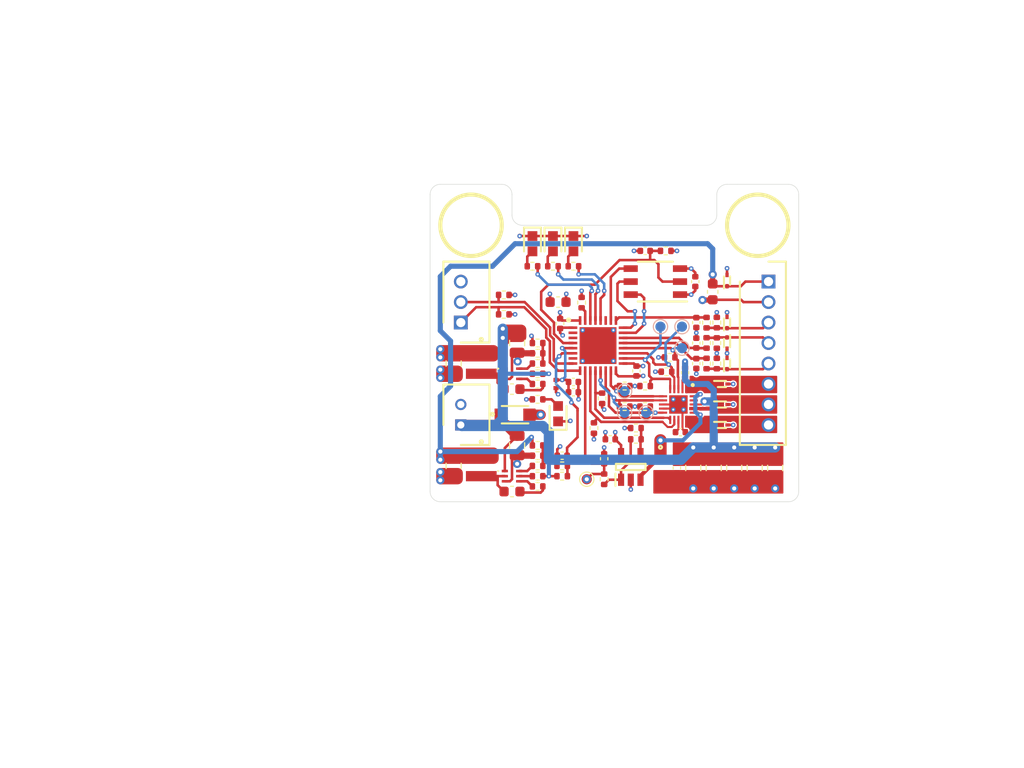
<source format=kicad_pcb>
(kicad_pcb (version 20240108) (generator "pcbnew") (generator_version "8.0")
  (layers (0 "F.Cu" signal) (1 "In1.Cu" signal) (2 "In2.Cu" signal) (31 "B.Cu" signal) (34 "B.Paste" user) (35 "F.Paste" user) (36 "B.SilkS" user "B.Silkscreen") (37 "F.SilkS" user "F.Silkscreen") (38 "B.Mask" user) (39 "F.Mask" user) (44 "Edge.Cuts" user))
  (net 0 "")
  (net 1 "VDD")
  (net 2 "Net-(IC201-VCP)")
  (net 3 "Net-(IC201-1.8VOUT)")
  (net 4 "VDDA")
  (net 5 "VS_ADC")
  (net 6 "Net-(IC301-SW)")
  (net 7 "/CMD_RX")
  (net 8 "/CMD_TX")
  (net 9 "/BLDC_ISENSE")
  (net 10 "/BLDC_DIAG")
  (net 11 "/BLDC_NSTBY")
  (net 12 "/BLDC_WL")
  (net 13 "/BLDC_VL")
  (net 14 "/BLDC_UL")
  (net 15 "VSS")
  (net 16 "/BLDC_WH")
  (net 17 "/BLDC_VH")
  (net 18 "/BLDC_UH")
  (net 19 "SYS_SWDIO")
  (net 20 "SYS_SWCLK")
  (net 21 "SYS_SWO")
  (net 22 "Net-(IC302-SW)")
  (net 23 "/BOOT0")
  (net 24 "Net-(IC101-PB5)")
  (net 27 "VS")
  (net 28 "Net-(IC101-PB6)")
  (net 31 "/5V0")
  (net 32 "/HALL_A")
  (net 33 "/HALL_B")
  (net 34 "/HALL_C")
  (net 35 "/BLDC_W")
  (net 36 "/BLDC_V")
  (net 37 "/BLDC_U")
  (net 38 "/RAW_HALL_B")
  (net 39 "/RAW_HALL_A")
  (net 40 "/RAW_HALL_C")
  (net 41 "Net-(C305-Pad1)")
  (net 42 "Net-(IC101-PB7)")
  (net 43 "Net-(C306-Pad1)")
  (net 44 "Net-(IC201-BRUV)")
  (net 46 "NRST")
  (net 47 "Net-(IC202--IN)")
  (net 48 "Net-(IC202-OUT)")
  (net 49 "Net-(IC301-BST)")
  (net 50 "Net-(IC301-FB)")
  (net 51 "Net-(IC301-EN)")
  (net 52 "Net-(LED301-Pad2)")
  (net 53 "Net-(R305-Pad2)")
  (net 54 "Net-(R306-Pad2)")
  (net 55 "GND")
  (net 56 "Net-(LED101-Pad2)")
  (net 57 "Net-(IC302-BST)")
  (net 58 "Net-(IC302-EN)")
  (net 59 "Net-(IC302-FB)")
  (net 60 "Net-(LED102-Pad2)")
  (net 61 "Net-(LED103-Pad2)")
  (footprint "Capacitor_SMD:C_0805_2012Metric" (layer "F.Cu") (at 236.7 80.7 -90)
    (property "Reference" "C204" (hide yes))
    (property "Value" "10u")
  )
  (footprint "Resistor_SMD:R_0402_1005Metric" (layer "F.Cu") (at 221.8 64.55 -90)
    (property "Reference" "R101" (hide yes))
    (property "Value" "100k")
  )
  (footprint "SamacSys_Parts:SODFL1006X40N" (layer "F.Cu") (at 235.5 74.5)
    (property "Reference" "D102" (hide yes))
    (property "Value" "ESD9X12ST5G" (hide yes))
  )
  (footprint "Resistor_SMD:R_0402_1005Metric" (layer "F.Cu") (at 217.5 71.5 180)
    (property "Reference" "R304" (hide yes))
    (property "Value" "100K")
  )
  (footprint "SamacSys_Parts:MP1479GTFZ" (layer "F.Cu") (at 215 71.5 -90)
    (property "Reference" "IC302" (hide yes))
    (property "Value" "MP1479GTF-Z" (hide yes))
  )
  (footprint "SamacSys_Parts:LEDC1608X80N" (layer "F.Cu") (at 221 58.8 -90)
    (property "Reference" "LED103" (hide yes))
    (property "Value" "150060AS75000" (hide yes))
  )
  (footprint "SamacSys_Parts:SODFL1006X40N" (layer "F.Cu") (at 236 66.5 90)
    (property "Reference" "D401" (hide yes))
    (property "Value" "SZESD8351P2T5G" (hide yes))
  )
  (footprint "Resistor_SMD:R_0402_1005Metric" (layer "F.Cu") (at 230.4 69.9)
    (property "Reference" "R205" (hide yes))
    (property "Value" "100k")
  )
  (footprint "SamacSys_Parts:QFN50P500X500X60-33N-D" (layer "F.Cu") (at 223.4 68.75)
    (property "Reference" "IC101" (hide yes))
    (property "Value" "STM32L431KBU6" (hide yes))
  )
  (footprint "Resistor_SMD:R_0402_1005Metric" (layer "F.Cu") (at 234 70.5 -90)
    (property "Reference" "R405" (hide yes))
    (property "Value" "220")
  )
  (footprint "Resistor_SMD:R_0402_1005Metric" (layer "F.Cu") (at 226 74.7)
    (property "Reference" "R204" (hide yes))
    (property "Value" "100k")
  )
  (footprint "Capacitor_SMD:C_0402_1005Metric" (layer "F.Cu") (at 227.15 71.23 -90)
    (property "Reference" "C102" (hide yes))
    (property "Value" "100n")
  )
  (footprint "Resistor_SMD:R_0402_1005Metric" (layer "F.Cu") (at 217.5 80.5)
    (property "Reference" "R305" (hide yes))
    (property "Value" "47K")
  )
  (footprint "Capacitor_SMD:C_0402_1005Metric" (layer "F.Cu") (at 221 73.3 180)
    (property "Reference" "C106" (hide yes))
    (property "Value" "100n")
  )
  (footprint "Resistor_SMD:R_0402_1005Metric" (layer "F.Cu") (at 217.5 74 180)
    (property "Reference" "R311" (hide yes))
    (property "Value" "650")
  )
  (footprint "SamacSys_Parts:LEDC1608X80N" (layer "F.Cu") (at 217 58.8 -90)
    (property "Reference" "LED101" (hide yes))
    (property "Value" "150060AS75000" (hide yes))
  )
  (footprint "SamacSys_Parts:LEDC1608X80N" (layer "F.Cu") (at 219.5 75.4 90)
    (property "Reference" "LED301" (hide yes))
    (property "Value" "150060AS75000" (hide yes))
  )
  (footprint "Resistor_SMD:R_0402_1005Metric" (layer "F.Cu") (at 217.5 78.5 180)
    (property "Reference" "R308" (hide yes))
    (property "Value" "40.2K")
  )
  (footprint "SamacSys_Parts:B8BPHKSLFSN" (layer "F.Cu") (at 240.05 62.5 90)
    (property "Reference" "J101" (hide yes))
    (property "Value" "B8B-PH-K-S_LF__SN_" (hide yes))
  )
  (footprint "Capacitor_SMD:C_0805_2012Metric" (layer "F.Cu") (at 234.7 80.7 -90)
    (property "Reference" "C205" (hide yes))
    (property "Value" "10u")
  )
  (footprint "Capacitor_SMD:C_0805_2012Metric" (layer "F.Cu") (at 209.3 80.5 -90)
    (property "Reference" "C301" (hide yes))
    (property "Value" "22u")
  )
  (footprint "Capacitor_SMD:C_0603_1608Metric" (layer "F.Cu") (at 234.6 63.5 -90)
    (property "Reference" "C403" (hide yes))
    (property "Value" "2.2u")
  )
  (footprint "Capacitor_SMD:C_0402_1005Metric" (layer "F.Cu") (at 231.45 77.2 180)
    (property "Reference" "C209" (hide yes))
    (property "Value" "100n")
  )
  (footprint "Resistor_SMD:R_0402_1005Metric" (layer "F.Cu") (at 224 81.8 -90)
    (property "Reference" "R208" (hide yes))
    (property "Value" "220")
  )
  (footprint "SamacSys_Parts:ERJ6_B_BW_R_LW_CW_D" (layer "F.Cu") (at 229.5 80.7 -90)
    (property "Reference" "R212" (hide yes))
    (property "Value" "ERJ-6DSFR12V" (hide yes))
  )
  (footprint "Capacitor_SMD:C_0402_1005Metric" (layer "F.Cu") (at 219.9 79.5 180)
    (property "Reference" "C108" (hide yes))
    (property "Value" "100n")
  )
  (footprint "SamacSys_Parts:NFZ15SG152SN10B" (layer "F.Cu") (at 219.3 72.5 -90)
    (property "Reference" "FB101" (hide yes))
    (property "Value" "BLM15AX102SZ1D" (hide yes))
  )
  (footprint "Resistor_SMD:R_0402_1005Metric" (layer "F.Cu") (at 226 72.7)
    (property "Reference" "R202" (hide yes))
    (property "Value" "100k")
  )
  (footprint "Capacitor_SMD:C_0402_1005Metric" (layer "F.Cu") (at 221 72.3 180)
    (property "Reference" "C107" (hide yes))
    (property "Value" "1u")
  )
  (footprint "SamacSys_Parts:HUSSP6W41P127_2X3_381X343X440P" (layer "F.Cu") (at 229 62.5 90)
    (property "Reference" "J104" (hide yes))
    (property "Value" "20021121-00006T4LF" (hide yes))
  )
  (footprint "Capacitor_SMD:C_0402_1005Metric" (layer "F.Cu") (at 231.9 71.4 -90)
    (property "Reference" "C207" (hide yes))
    (property "Value" "100n")
  )
  (footprint "SamacSys_Parts:SODFL1006X40N" (layer "F.Cu") (at 235.5 76.5)
    (property "Reference" "D103" (hide yes))
    (property "Value" "ESD9X12ST5G" (hide yes))
  )
  (footprint "MountingHole:MountingHole_3.2mm_M3" (layer "F.Cu") (at 211 57)
    (property "Reference" "H101" (hide yes))
    (property "Value" "MountingHole")
  )
  (footprint "SamacSys_Parts:QFN40P300X300X90-21N" (layer "F.Cu") (at 231.25 74.5 -90)
    (property "Reference" "IC201" (hide yes))
    (property "Value" "TMC6300-LA" (hide yes))
  )
  (footprint "Resistor_SMD:R_0402_1005Metric" (layer "F.Cu") (at 217.5 69.5)
    (property "Reference" "R309" (hide yes))
    (property "Value" "13K")
  )
  (footprint "Capacitor_SMD:C_0402_1005Metric" (layer "F.Cu") (at 224 79.8 -90)
    (property "Reference" "C208" (hide yes))
    (property "Value" "100n")
  )
  (footprint "MountingHole:MountingHole_3.2mm_M3" (layer "F.Cu") (at 239 57)
    (property "Reference" "H102" (hide yes))
    (property "Value" "MountingHole")
  )
  (footprint "Resistor_SMD:R_0402_1005Metric" (layer "F.Cu") (at 219.9 80.5)
    (property "Reference" "R107" (hide yes))
    (property "Value" "13K")
  )
  (footprint "Capacitor_SMD:C_0402_1005Metric" (layer "F.Cu") (at 219.7 66.6 90)
    (property "Reference" "C101" (hide yes))
    (property "Value" "100n")
  )
  (footprint "Resistor_SMD:R_0402_1005Metric" (layer "F.Cu") (at 217.5 70.5)
    (property "Reference" "R306" (hide yes))
    (property "Value" "47K")
  )
  (footprint "Capacitor_SMD:C_0402_1005Metric" (layer "F.Cu") (at 231.1 80.7 -90)
    (property "Reference" "C201" (hide yes))
    (property "Value" "100n")
  )
  (footprint "Capacitor_SMD:C_0805_2012Metric" (layer "F.Cu") (at 238.7 80.7 -90)
    (property "Reference" "C206" (hide yes))
    (property "Value" "10u")
  )
  (footprint "SamacSys_Parts:SODFL1006X40N" (layer "F.Cu") (at 236 62.4 90)
    (property "Reference" "D402" (hide yes))
    (property "Value" "SZESD9101P2T5G" (hide yes))
  )
  (footprint "Resistor_SMD:R_0402_1005Metric" (layer "F.Cu") (at 214.2 65.7 180)
    (property "Reference" "R103" (hide yes))
    (property "Value" "2.2k")
  )
  (footprint "Resistor_SMD:R_0402_1005Metric" (layer "F.Cu") (at 235 66.5 90)
    (property "Reference" "R402" (hide yes))
    (property "Value" "2.2k")
  )
  (footprint "Resistor_SMD:R_0402_1005Metric" (layer "F.Cu") (at 217.5 82.5)
    (property "Reference" "R301" (hide yes))
    (property "Value" "10")
  )
  (footprint "SamacSys_Parts:MP1479GTFZ" (layer "F.Cu") (at 215 81.5 -90)
    (property "Reference" "IC301" (hide yes))
    (property "Value" "MP1479GTF-Z" (hide yes))
  )
  (footprint "Resistor_SMD:R_0402_1005Metric" (layer "F.Cu") (at 217.5 79.5)
    (property "Reference" "R307" (hide yes))
    (property "Value" "7.68k")
  )
  (footprint "Resistor_SMD:R_0402_1005Metric" (layer "F.Cu") (at 221 61)
    (property "Reference" "R109" (hide yes))
    (property "Value" "650")
  )
  (footprint "Resistor_SMD:R_0402_1005Metric" (layer "F.Cu") (at 223 76.8 -90)
    (property "Reference" "R210" (hide yes))
    (property "Value" "100k")
  )
  (footprint "Capacitor_SMD:C_0402_1005Metric" (layer "F.Cu") (at 232.9 62.5 -90)
    (property "Reference" "C104" (hide yes))
    (property "Value" "100n")
  )
  (footprint "Capacitor_SMD:C_0603_1608Metric" (layer "F.Cu") (at 215 83 180)
    (property "Reference" "C305" (hide yes))
    (property "Value" "1u")
  )
  (footprint "Capacitor_SMD:C_0402_1005Metric" (layer "F.Cu") (at 228.01 59.5)
    (property "Reference" "C105" (hide yes))
    (property "Value" "100n")
  )
  (footprint "Capacitor_SMD:C_0603_1608Metric" (layer "F.Cu") (at 215 73 180)
    (property "Reference" "C306" (hide yes))
    (property "Value" "1u")
  )
  (footprint "SamacSys_Parts:SHDR2W50P0X200_1X2_590X450X600P" (layer "F.Cu") (at 210 76.5 -90)
    (property "Reference" "J103" (hide yes))
    (property "Value" "B2B-PH-K-S_LF__SN_" (hide yes))
  )
  (footprint "Resistor_SMD:R_0402_1005Metric" (layer "F.Cu") (at 219.9 81.5 180)
    (property "Reference" "R106" (hide yes))
    (property "Value" "40.2K")
  )
  (footprint "Resistor_SMD:R_0402_1005Metric" (layer "F.Cu") (at 217.5 81.5 180)
    (property "Reference" "R303" (hide yes))
    (property "Value" "100K")
  )
  (footprint "TestPoint:TestPoint_Pad_D1.0mm" (layer "F.Cu") (at 222.3 81.8)
    (property "Reference" "TP207" (hide yes))
    (property "Value" "TestPoint")
  )
  (footprint "Resistor_SMD:R_0402_1005Metric" (layer "F.Cu") (at 223.8 73.9 -90)
    (property "Reference" "R207" (hide yes))
    (property "Value" "100k")
  )
  (footprint "Resistor_SMD:R_0402_1005Metric" (layer "F.Cu") (at 214.2 63.8)
    (property "Reference" "R102" (hide yes))
    (property "Value" "2.2k")
  )
  (footprint "Resistor_SMD:R_0402_1005Metric" (layer "F.Cu") (at 230.01 59.5)
    (property "Reference" "R104" (hide yes))
    (property "Value" "2.2k")
  )
  (footprint "Resistor_SMD:R_0402_1005Metric" (layer "F.Cu") (at 228 74.7 180)
    (property "Reference" "R206" (hide yes))
    (property "Value" "100k")
  )
  (footprint "Resistor_SMD:R_0402_1005Metric" (layer "F.Cu") (at 228 72.7)
    (property "Reference" "R201" (hide yes))
    (property "Value" "100k")
  )
  (footprint "Resistor_SMD:R_0402_1005Metric" (layer "F.Cu") (at 234 68.49 90)
    (property "Reference" "R403" (hide yes))
    (property "Value" "220")
  )
  (footprint "Capacitor_SMD:C_0805_2012Metric" (layer "F.Cu") (at 215.5 78.5 -90)
    (property "Reference" "C303" (hide yes))
    (property "Value" "22u")
  )
  (footprint "Resistor_SMD:R_0402_1005Metric" (layer "F.Cu") (at 227.1 77.9 180)
    (property "Reference" "R211" (hide yes))
    (property "Value" "27k")
  )
  (footprint "Resistor_SMD:R_0402_1005Metric" (layer "F.Cu") (at 235 70.5 90)
    (property "Reference" "R406" (hide yes))
    (property "Value" "2.2k")
  )
  (footprint "Capacitor_SMD:C_0805_2012Metric" (layer "F.Cu") (at 232.7 80.7 -90)
    (property "Reference" "C203" (hide yes))
    (property "Value" "10u")
  )
  (footprint "Capacitor_SMD:C_0805_2012Metric" (layer "F.Cu") (at 209.3 70.5 -90)
    (property "Reference" "C302" (hide yes))
    (property "Value" "22u")
  )
  (footprint "Capacitor_SMD:C_0805_2012Metric" (layer "F.Cu") (at 240.7 80.7 -90)
    (property "Reference" "C202" (hide yes))
    (property "Value" "10u")
  )
  (footprint "SamacSys_Parts:SOT95P280X145-5N" (layer "F.Cu") (at 226.6 80.6 90)
    (property "Reference" "IC202" (hide yes))
    (property "Value" "TLV8541DBVR" (hide yes))
  )
  (footprint "Resistor_SMD:R_0402_1005Metric" (layer "F.Cu") (at 219 61)
    (property "Reference" "R108" (hide yes))
    (property "Value" "650")
  )
  (footprint "Resistor_SMD:R_0402_1005Metric" (layer "F.Cu") (at 217.5 72.5)
    (property "Reference" "R302" (hide yes))
    (property "Value" "10")
  )
  (footprint "Capacitor_SMD:C_0402_1005Metric" (layer "F.Cu") (at 233 68.5 90)
    (property "Reference" "C402" (hide yes))
    (property "Value" "100n")
  )
  (footprint "SamacSys_Parts:SODFL1006X40N" (layer "F.Cu") (at 236 68.5 -90)
    (property "Reference" "D403" (hide yes))
    (property "Value" "SZESD8351P2T5G" (hide yes))
  )
  (footprint "Capacitor_SMD:C_0603_1608Metric" (layer "F.Cu") (at 219.5 64.5)
    (property "Reference" "C103" (hide yes))
    (property "Value" "2.2u")
  )
  (footprint "Resistor_SMD:R_0402_1005Metric" (layer "F.Cu") (at 217 61)
    (property "Reference" "R105" (hide yes))
    (property "Value" "650")
  )
  (footprint "SamacSys_Parts:VLS3015" (layer "F.Cu") (at 212 70.5 -90)
    (property "Reference" "L302" (hide yes))
    (property "Value" "VLS3015CX-4R7M-1" (hide yes))
  )
  (footprint "SamacSys_Parts:LEDC1608X80N" (layer "F.Cu") (at 219 58.8 -90)
    (property "Reference" "LED102" (hide yes))
    (property "Value" "150060AS75000" (hide yes))
  )
  (footprint "SamacSys_Parts:SODFL1006X40N" (layer "F.Cu") (at 235.5 72.5)
    (property "Reference" "D101" (hide yes))
    (property "Value" "ESD9X12ST5G" (hide yes))
  )
  (footprint "Capacitor_SMD:C_0402_1005Metric" (layer "F.Cu") (at 224.6 77.9 180)
    (property "Reference" "C210" (hide yes))
    (property "Value" "100n")
  )
  (footprint "Resistor_SMD:R_0402_1005Metric" (layer "F.Cu") (at 235 68.5 -90)
    (property "Reference" "R404" (hide yes))
    (property "Value" "2.2k")
  )
  (footprint "Resistor_SMD:R_0402_1005Metric" (layer "F.Cu") (at 234 66.51 -90)
    (property "Reference" "R401" (hide yes))
    (property "Value" "220")
  )
  (footprint "Capacitor_SMD:C_0402_1005Metric" (layer "F.Cu") (at 233 66.5 -90)
    (property "Reference" "C401" (hide yes))
    (property "Value" "100n")
  )
  (footprint "Capacitor_SMD:C_0805_2012Metric" (layer "F.Cu") (at 215.5 68.5 -90)
    (property "Reference" "C304" (hide yes))
    (property "Value" "22u")
  )
  (footprint "SamacSys_Parts:SOD123W" (layer "F.Cu") (at 215.3 75.5)
    (property "Reference" "D301" (hide yes))
    (property "Value" "PTVS12VS1UR,115" (hide yes))
  )
  (footprint "Resistor_SMD:R_0402_1005Metric" (layer "F.Cu") (at 217.5 68.5 180)
    (property "Reference" "R310" (hide yes))
    (property "Value" "40.2K")
  )
  (footprint "Resistor_SMD:R_0402_1005Metric" (layer "F.Cu") (at 227.1 76.8)
    (property "Reference" "R209" (hide yes))
    (property "Value" "2.2k")
  )
  (footprint "Capacitor_SMD:C_0402_1005Metric" (layer "F.Cu") (at 233 70.5 -90)
    (property "Reference" "C404" (hide yes))
    (property "Value" "100n")
  )
  (footprint "SamacSys_Parts:VLS3015" (layer "F.Cu") (at 212 80.5 -90)
    (property "Reference" "L301" (hide yes))
    (property "Value" "VLS3015CX-4R7M-1" (hide yes))
  )
  (footprint "SamacSys_Parts:SODFL1006X40N" (layer "F.Cu") (at 236 70.5 90)
    (property "Reference" "D404" (hide yes))
    (property "Value" "SZESD8351P2T5G" (hide yes))
  )
  (footprint "SamacSys_Parts:SHDR3W50P0X200_1X3_790X450X600P" (layer "F.Cu") (at 210 66.5 -90)
    (property "Reference" "J102" (hide yes))
    (property "Value" "B3B-PH-K-S_LF__SN_" (hide yes))
  )
  (footprint "Resistor_SMD:R_0402_1005Metric" (layer "F.Cu") (at 230.09 71.3)
    (property "Reference" "R203" (hide yes))
    (property "Value" "100k")
  )
  (footprint "TestPoint:TestPoint_Pad_D1.0mm" (layer "B.Cu") (at 229.5 66.9 180)
    (property "Reference" "TP201" (hide yes))
    (property "Value" "TestPoint")
  )
  (footprint "TestPoint:TestPoint_Pad_D1.0mm" (layer "B.Cu") (at 226 73.2 180)
    (property "Reference" "TP202" (hide yes))
    (property "Value" "TestPoint")
  )
  (footprint "TestPoint:TestPoint_Pad_D1.0mm" (layer "B.Cu") (at 226 75.3 180)
    (property "Reference" "TP204" (hide yes))
    (property "Value" "TestPoint")
  )
  (footprint "TestPoint:TestPoint_Pad_D1.0mm" (layer "B.Cu") (at 228.1 75.3 180)
    (property "Reference" "TP206" (hide yes))
    (property "Value" "TestPoint")
  )
  (footprint "TestPoint:TestPoint_Pad_D1.0mm" (layer "B.Cu") (at 231.6 66.9 180)
    (property "Reference" "TP203" (hide yes))
    (property "Value" "TestPoint")
  )
  (footprint "TestPoint:TestPoint_Pad_D1.0mm" (layer "B.Cu") (at 231.6 69 180)
    (property "Reference" "TP205" (hide yes))
    (property "Value" "TestPoint")
  )
  (gr_circle (center 211 57) (end 214 57) (stroke (width 0.4)) (fill none) (layer "F.SilkS"))
  (gr_circle (center 239 57) (end 242 57) (stroke (width 0.4)) (fill none) (layer "F.SilkS"))
  (gr_arc (start 235 56) (mid 234.707107 56.707107) (end 234 57) (stroke (width 0.05)) (layer "Edge.Cuts"))
  (gr_line (start 236 53) (end 237 53) (stroke (width 0.05)) (layer "Edge.Cuts"))
  (gr_arc (start 216 57) (mid 215.292893 56.707107) (end 215 56) (stroke (width 0.05)) (layer "Edge.Cuts"))
  (gr_arc (start 208 84) (mid 207.292893 83.707107) (end 207 83) (stroke (width 0.05)) (layer "Edge.Cuts"))
  (gr_arc (start 207 54) (mid 207.292893 53.292893) (end 208 53) (stroke (width 0.05)) (layer "Edge.Cuts"))
  (gr_line (start 215 56) (end 215 54) (stroke (width 0.05)) (layer "Edge.Cuts"))
  (gr_line (start 242 53) (end 237 53) (stroke (width 0.05)) (layer "Edge.Cuts"))
  (gr_line (start 243 83) (end 243 54) (stroke (width 0.05)) (layer "Edge.Cuts"))
  (gr_line (start 235 56) (end 235 54) (stroke (width 0.05)) (layer "Edge.Cuts"))
  (gr_arc (start 242 53) (mid 242.707107 53.292893) (end 243 54) (stroke (width 0.05)) (layer "Edge.Cuts"))
  (gr_line (start 214 53) (end 208 53) (stroke (width 0.05)) (layer "Edge.Cuts"))
  (gr_line (start 234 57) (end 216 57) (stroke (width 0.05)) (layer "Edge.Cuts"))
  (gr_line (start 207 54) (end 207 83) (stroke (width 0.05)) (layer "Edge.Cuts"))
  (gr_arc (start 235 54) (mid 235.292893 53.292893) (end 236 53) (stroke (width 0.05)) (layer "Edge.Cuts"))
  (gr_arc (start 214 53) (mid 214.707107 53.292893) (end 215 54) (stroke (width 0.05)) (layer "Edge.Cuts"))
  (gr_arc (start 243 83) (mid 242.707107 83.707107) (end 242 84) (stroke (width 0.05)) (layer "Edge.Cuts"))
  (gr_line (start 208 84) (end 242 84) (stroke (width 0.05)) (layer "Edge.Cuts"))
  (segment (start 219.3 72.9) (end 219.3 73.3) (width 0.25) (layer "F.Cu") (net 1))
  (segment (start 232.9 63.37) (end 232.5 63.77) (width 0.25) (layer "F.Cu") (net 1))
  (segment (start 227.15 70.75) (end 227.8 70.75) (width 0.25) (layer "F.Cu") (net 1))
  (segment (start 226.9 70.5) (end 227.15 70.75) (width 0.25) (layer "F.Cu") (net 1))
  (segment (start 212 69.5) (end 209.35 69.5) (width 0.6) (layer "F.Cu") (net 1))
  (segment (start 216.99 74) (end 216.4 74) (width 0.25) (layer "F.Cu") (net 1))
  (segment (start 225.08 77.2) (end 225.08 77.9) (width 0.25) (layer "F.Cu") (net 1))
  (segment (start 220.95 67) (end 219.78 67) (width 0.25) (layer "F.Cu") (net 1))
  (segment (start 232.9 62.98) (end 232.9 63.37) (width 0.25) (layer "F.Cu") (net 1))
  (segment (start 218.725 63.725) (end 218.7 63.7) (width 0.25) (layer "F.Cu") (net 1))
  (segment (start 225.65 79.35) (end 225.65 78.47) (width 0.25) (layer "F.Cu") (net 1))
  (segment (start 219.95 67.75) (end 219.7 67.5) (width 0.25) (layer "F.Cu") (net 1))
  (segment (start 209.35 69.5) (end 209.3 69.55) (width 0.6) (layer "F.Cu") (net 1))
  (segment (start 225.65 78.47) (end 225.08 77.9) (width 0.25) (layer "F.Cu") (net 1))
  (segment (start 219.3 73.3) (end 219.5 73.5) (width 0.25) (layer "F.Cu") (net 1))
  (segment (start 231.408 63.77) (end 232.5 63.77) (width 0.25) (layer "F.Cu") (net 1))
  (segment (start 219.7 67.5) (end 219.7 67.08) (width 0.25) (layer "F.Cu") (net 1))
  (segment (start 230.52 59.5) (end 231.11 59.5) (width 0.25) (layer "F.Cu") (net 1))
  (segment (start 235 65.99) (end 235 65.5) (width 0.25) (layer "F.Cu") (net 1))
  (segment (start 218.725 64.5) (end 218.725 63.725) (width 0.25) (layer "F.Cu") (net 1))
  (segment (start 225.85 70.5) (end 226.9 70.5) (width 0.25) (layer "F.Cu") (net 1))
  (segment (start 235 69.01) (end 235 69.99) (width 0.25) (layer "F.Cu") (net 1))
  (segment (start 216.99 67.89) (end 216.9 67.8) (width 0.25) (layer "F.Cu") (net 1))
  (segment (start 214.71 63.8) (end 215.3 63.8) (width 0.25) (layer "F.Cu") (net 1))
  (segment (start 214.71 65.7) (end 215.3 65.7) (width 0.25) (layer "F.Cu") (net 1))
  (segment (start 216.99 68.5) (end 216.99 67.89) (width 0.25) (layer "F.Cu") (net 1))
  (segment (start 219.78 67) (end 219.7 67.08) (width 0.25) (layer "F.Cu") (net 1))
  (via (at 218.7 63.7) (size 0.45) (drill 0.2) (layers "F.Cu" "B.Cu") (net 1))
  (via (at 219.5 73.5) (size 0.45) (drill 0.2) (layers "F.Cu" "B.Cu") (net 1))
  (via (at 235 65.5) (size 0.45) (drill 0.2) (layers "F.Cu" "B.Cu") (net 1))
  (via (at 216.4 74) (size 0.45) (drill 0.2) (layers "F.Cu" "B.Cu") (net 1))
  (via (at 208 69.1) (size 0.8) (drill 0.4) (layers "F.Cu" "B.Cu") (net 1))
  (via (at 216.9 67.8) (size 0.45) (drill 0.2) (layers "F.Cu" "B.Cu") (net 1))
  (via (at 225.08 77.2) (size 0.45) (drill 0.2) (layers "F.Cu" "B.Cu") (net 1))
  (via (at 208 69.9) (size 0.8) (drill 0.4) (layers "F.Cu" "B.Cu") (net 1))
  (via (at 235 69.5) (size 0.45) (drill 0.2) (layers "F.Cu" "B.Cu") (net 1))
  (via (at 215.3 65.7) (size 0.45) (drill 0.2) (layers "F.Cu" "B.Cu") (net 1))
  (via (at 219.95 67.75) (size 0.45) (drill 0.2) (layers "F.Cu" "B.Cu") (net 1))
  (via (at 231.11 59.5) (size 0.45) (drill 0.2) (layers "F.Cu" "B.Cu") (net 1))
  (via (at 227.8 70.75) (size 0.45) (drill 0.2) (layers "F.Cu" "B.Cu") (net 1))
  (via (at 215.3 63.8) (size 0.45) (drill 0.2) (layers "F.Cu" "B.Cu") (net 1))
  (via (at 232.5 63.77) (size 0.45) (drill 0.2) (layers "F.Cu" "B.Cu") (net 1))
  (segment (start 231.65 72.13) (end 231.9 71.88) (width 0.2) (layer "F.Cu") (net 2))
  (segment (start 231.65 73) (end 231.65 72.13) (width 0.2) (layer "F.Cu") (net 2))
  (segment (start 231.25 76.92) (end 230.97 77.2) (width 0.2) (layer "F.Cu") (net 3))
  (segment (start 231.25 76) (end 231.25 76.92) (width 0.2) (layer "F.Cu") (net 3))
  (segment (start 220.52 72.3) (end 220.52 73.3) (width 0.25) (layer "F.Cu") (net 4))
  (segment (start 219.3 72.1) (end 219.9 72.1) (width 0.25) (layer "F.Cu") (net 4))
  (segment (start 220.32 72.1) (end 220.52 72.3) (width 0.25) (layer "F.Cu") (net 4))
  (segment (start 220.95 69) (end 219.9 69) (width 0.25) (layer "F.Cu") (net 4))
  (segment (start 219.9 72.1) (end 220.32 72.1) (width 0.25) (layer "F.Cu") (net 4))
  (via (at 219.9 69) (size 0.45) (drill 0.2) (layers "F.Cu" "B.Cu") (net 4))
  (via (at 219.9 72.1) (size 0.45) (drill 0.2) (layers "F.Cu" "B.Cu") (net 4))
  (segment (start 219.9 69) (end 220.2 69.3) (width 0.25) (layer "B.Cu") (net 4))
  (segment (start 220.2 71.8) (end 219.9 72.1) (width 0.25) (layer "B.Cu") (net 4))
  (segment (start 220.2 69.3) (end 220.2 71.8) (width 0.25) (layer "B.Cu") (net 4))
  (segment (start 221.4 74.9) (end 220.8 74.3) (width 0.25) (layer "F.Cu") (net 5))
  (segment (start 220.8 78.3) (end 221.4 77.7) (width 0.25) (layer "F.Cu") (net 5))
  (segment (start 220.41 79.53) (end 220.38 79.5) (width 0.25) (layer "F.Cu") (net 5))
  (segment (start 220.41 81.5) (end 220.41 80.5) (width 0.25) (layer "F.Cu") (net 5))
  (segment (start 220.38 78.72) (end 220.8 78.3) (width 0.25) (layer "F.Cu") (net 5))
  (segment (start 220.95 69.5) (end 219.9 69.5) (width 0.25) (layer "F.Cu") (net 5))
  (segment (start 221.4 77.7) (end 221.4 75.1) (width 0.25) (layer "F.Cu") (net 5))
  (segment (start 219.9 69.5) (end 219.6 69.8) (width 0.25) (layer "F.Cu") (net 5))
  (segment (start 220.38 79.5) (end 220.38 78.72) (width 0.25) (layer "F.Cu") (net 5))
  (segment (start 220.41 80.5) (end 220.41 79.53) (width 0.25) (layer "F.Cu") (net 5))
  (segment (start 221.4 75.1) (end 221.4 74.9) (width 0.25) (layer "F.Cu") (net 5))
  (via (at 220.8 74.3) (size 0.45) (drill 0.2) (layers "F.Cu" "B.Cu") (net 5))
  (via (at 219.6 69.8) (size 0.45) (drill 0.2) (layers "F.Cu" "B.Cu") (net 5))
  (segment (start 220.8 74) (end 219.3 72.5) (width 0.25) (layer "B.Cu") (net 5))
  (segment (start 220.8 74.3) (end 220.8 74) (width 0.25) (layer "B.Cu") (net 5))
  (segment (start 219.3 70.1) (end 219.6 69.8) (width 0.25) (layer "B.Cu") (net 5))
  (segment (start 219.3 72.5) (end 219.3 70.1) (width 0.25) (layer "B.Cu") (net 5))
  (segment (start 213.6 81.5) (end 213.6 82.375) (width 0.25) (layer "F.Cu") (net 6))
  (segment (start 213.6 81.5) (end 212 81.5) (width 0.25) (layer "F.Cu") (net 6))
  (segment (start 214.3 81.5) (end 213.6 81.5) (width 0.25) (layer "F.Cu") (net 6))
  (segment (start 213.6 82.375) (end 214.225 83) (width 0.25) (layer "F.Cu") (net 6))
  (segment (start 220.95 70.5) (end 219.4 70.5) (width 0.25) (layer "F.Cu") (net 7))
  (segment (start 219.078 70.178) (end 219.078 68.112573) (width 0.25) (layer "F.Cu") (net 7))
  (segment (start 218.722 67.756573) (end 218.722 66.987428) (width 0.25) (layer "F.Cu") (net 7))
  (segment (start 218.722 66.987428) (end 216.234572 64.5) (width 0.25) (layer "F.Cu") (net 7))
  (segment (start 219.078 68.112573) (end 218.722 67.756573) (width 0.25) (layer "F.Cu") (net 7))
  (segment (start 213.69 64.49) (end 213.7 64.5) (width 0.25) (layer "F.Cu") (net 7))
  (segment (start 213.69 63.8) (end 213.69 64.49) (width 0.25) (layer "F.Cu") (net 7))
  (segment (start 213.7 64.5) (end 210 64.5) (width 0.25) (layer "F.Cu") (net 7))
  (segment (start 219.4 70.5) (end 219.078 70.178) (width 0.25) (layer "F.Cu") (net 7))
  (segment (start 216.234572 64.5) (end 213.7 64.5) (width 0.25) (layer "F.Cu") (net 7))
  (segment (start 221.65 71.2) (end 219.5 71.2) (width 0.25) (layer "F.Cu") (net 8))
  (segment (start 218.344 67.144) (end 216.2 65) (width 0.25) (layer "F.Cu") (net 8))
  (segment (start 216.2 65) (end 213.7 65) (width 0.25) (layer "F.Cu") (net 8))
  (segment (start 211.5 65) (end 210 66.5) (width 0.25) (layer "F.Cu") (net 8))
  (segment (start 213.69 65.7) (end 213.69 65.01) (width 0.25) (layer "F.Cu") (net 8))
  (segment (start 213.69 65.01) (end 213.7 65) (width 0.25) (layer "F.Cu") (net 8))
  (segment (start 218.344 67.965285) (end 218.344 67.144) (width 0.25) (layer "F.Cu") (net 8))
  (segment (start 213.7 65) (end 211.5 65) (width 0.25) (layer "F.Cu") (net 8))
  (segment (start 218.7 70.4) (end 218.7 68.321285) (width 0.25) (layer "F.Cu") (net 8))
  (segment (start 218.7 68.321285) (end 218.344 67.965285) (width 0.25) (layer "F.Cu") (net 8))
  (segment (start 219.5 71.2) (end 218.7 70.4) (width 0.25) (layer "F.Cu") (net 8))
  (segment (start 224 81.29) (end 222.81 81.29) (width 0.25) (layer "F.Cu") (net 9))
  (segment (start 222.15 79.65) (end 222.15 71.2) (width 0.25) (layer "F.Cu") (net 9))
  (segment (start 224 81.29) (end 224 80.28) (width 0.25) (layer "F.Cu") (net 9))
  (segment (start 222.81 81.29) (end 222.3 81.8) (width 0.25) (layer "F.Cu") (net 9))
  (segment (start 222.78 80.28) (end 222.15 79.65) (width 0.25) (layer "F.Cu") (net 9))
  (segment (start 224 80.28) (end 222.78 80.28) (width 0.25) (layer "F.Cu") (net 9))
  (via (at 222.3 81.8) (size 0.8) (drill 0.4) (layers "F.Cu" "B.Cu") (net 9))
  (segment (start 229.7 76.2) (end 223.7 76.2) (width 0.25) (layer "F.Cu") (net 10))
  (segment (start 229.7 76.2) (end 230.2 76.7) (width 0.2) (layer "F.Cu") (net 10))
  (segment (start 223 76.29) (end 223 76.2) (width 0.25) (layer "F.Cu") (net 10))
  (segment (start 230.2 76.7) (end 230.6 76.7) (width 0.2) (layer "F.Cu") (net 10))
  (segment (start 230.6 76.7) (end 230.85 76.45) (width 0.2) (layer "F.Cu") (net 10))
  (segment (start 223 76.2) (end 223.35 75.85) (width 0.25) (layer "F.Cu") (net 10))
  (segment (start 230.85 76.45) (end 230.85 76) (width 0.2) (layer "F.Cu") (net 10))
  (segment (start 223.35 75.85) (end 222.65 75.15) (width 0.25) (layer "F.Cu") (net 10))
  (segment (start 222.65 75.15) (end 222.65 71.2) (width 0.25) (layer "F.Cu") (net 10))
  (segment (start 223.7 76.2) (end 223.35 75.85) (width 0.25) (layer "F.Cu") (net 10))
  (segment (start 229.8 75.8) (end 224 75.8) (width 0.25) (layer "F.Cu") (net 11))
  (segment (start 230.25 75.8) (end 230.45 76) (width 0.2) (layer "F.Cu") (net 11))
  (segment (start 223.15 73.35) (end 223.15 71.2) (width 0.25) (layer "F.Cu") (net 11))
  (segment (start 229.8 75.8) (end 230.25 75.8) (width 0.2) (layer "F.Cu") (net 11))
  (segment (start 224 75.8) (end 223.15 74.95) (width 0.25) (layer "F.Cu") (net 11))
  (segment (start 223.15 74.95) (end 223.15 73.35) (width 0.25) (layer "F.Cu") (net 11))
  (segment (start 223.8 73.39) (end 223.19 73.39) (width 0.25) (layer "F.Cu") (net 11))
  (segment (start 223.19 73.39) (end 223.15 73.35) (width 0.25) (layer "F.Cu") (net 11))
  (segment (start 228.8 74.1) (end 229.75 74.1) (width 0.2) (layer "F.Cu") (net 12))
  (segment (start 225.49 74.11) (end 225.5 74.1) (width 0.25) (layer "F.Cu") (net 12))
  (segment (start 223.65 72.15) (end 223.65 71.2) (width 0.25) (layer "F.Cu") (net 12))
  (segment (start 224.95 73.85) (end 225.2 74.1) (width 0.25) (layer "F.Cu") (net 12))
  (segment (start 225.49 74.7) (end 225.49 74.11) (width 0.25) (layer "F.Cu") (net 12))
  (segment (start 225.2 74.1) (end 225.5 74.1) (width 0.25) (layer "F.Cu") (net 12))
  (segment (start 228.8 74.1) (end 225.5 74.1) (width 0.25) (layer "F.Cu") (net 12))
  (via (at 224.95 73.85) (size 0.45) (drill 0.2) (layers "F.Cu" "B.Cu") (net 12))
  (via (at 223.65 72.15) (size 0.45) (drill 0.2) (layers "F.Cu" "B.Cu") (net 12))
  (segment (start 223.65 72.55) (end 223.65 72.15) (width 0.25) (layer "B.Cu") (net 12))
  (segment (start 224.95 73.85) (end 223.65 72.55) (width 0.25) (layer "B.Cu") (net 12))
  (segment (start 224.95 73.85) (end 224.95 74.25) (width 0.25) (layer "B.Cu") (net 12))
  (segment (start 224.95 74.25) (end 226 75.3) (width 0.25) (layer "B.Cu") (net 12))
  (segment (start 224.15 72.85) (end 224.15 71.2) (width 0.25) (layer "F.Cu") (net 13))
  (segment (start 228.51 75.21) (end 228.51 74.7) (width 0.25) (layer "F.Cu") (net 13))
  (segment (start 229 75.3) (end 228.6 75.3) (width 0.25) (layer "F.Cu") (net 13))
  (segment (start 229 75.3) (end 229.75 75.3) (width 0.2) (layer "F.Cu") (net 13))
  (segment (start 229 75.3) (end 225.110643 75.3) (width 0.25) (layer "F.Cu") (net 13))
  (segment (start 224.472 74.661357) (end 224.472 73.172) (width 0.25) (layer "F.Cu") (net 13))
  (segment (start 225.110643 75.3) (end 224.472 74.661357) (width 0.25) (layer "F.Cu") (net 13))
  (segment (start 224.472 73.172) (end 224.15 72.85) (width 0.25) (layer "F.Cu") (net 13))
  (segment (start 228.6 75.3) (end 228.51 75.21) (width 0.25) (layer "F.Cu") (net 13))
  (via (at 229 75.3) (size 0.45) (drill 0.2) (layers "F.Cu" "B.Cu") (net 13))
  (segment (start 229 75.3) (end 228.1 75.3) (width 0.25) (layer "B.Cu") (net 13))
  (segment (start 224.9 72.9) (end 224.65 72.65) (width 0.25) (layer "F.Cu") (net 14))
  (segment (start 225.1 72.7) (end 224.9 72.9) (width 0.25) (layer "F.Cu") (net 14))
  (segment (start 225.49 72.7) (end 225.1 72.7) (width 0.25) (layer "F.Cu") (net 14))
  (segment (start 225.7 73.7) (end 228.8 73.7) (width 0.25) (layer "F.Cu") (net 14))
  (segment (start 228.8 73.7) (end 229.75 73.7) (width 0.2) (layer "F.Cu") (net 14))
  (segment (start 225.2 73.2) (end 224.9 72.9) (width 0.25) (layer "F.Cu") (net 14))
  (segment (start 224.65 72.65) (end 224.65 71.2) (width 0.25) (layer "F.Cu") (net 14))
  (segment (start 225.2 73.2) (end 225.7 73.7) (width 0.25) (layer "F.Cu") (net 14))
  (via (at 225.2 73.2) (size 0.45) (drill 0.2) (layers "F.Cu" "B.Cu") (net 14))
  (segment (start 225.2 73.2) (end 226 73.2) (width 0.25) (layer "B.Cu") (net 14))
  (segment (start 230.65 74.9) (end 230.75 75) (width 0.2) (layer "F.Cu") (net 15))
  (segment (start 232.9 62.02) (end 232.9 61.63) (width 0.25) (layer "F.Cu") (net 15))
  (segment (start 215.55 79.5) (end 215.5 79.45) (width 0.6) (layer "F.Cu") (net 15))
  (segment (start 234.6 64.275) (end 237.375 64.275) (width 0.25) (layer "F.Cu") (net 15))
  (segment (start 237.375 64.275) (end 237.6 64.5) (width 0.25) (layer "F.Cu") (net 15))
  (segment (start 221.65 66.3) (end 219.88 66.3) (width 0.25) (layer "F.Cu") (net 15))
  (segment (start 229.89 69.9) (end 229.3 69.9) (width 0.25) (layer "F.Cu") (net 15))
  (segment (start 219.7 78.6) (end 219.42 78.88) (width 0.25) (layer "F.Cu") (net 15))
  (segment (start 221.8 63.4) (end 221.8 64.04) (width 0.25) (layer "F.Cu") (net 15))
  (segment (start 223.8 74.8) (end 224 75) (width 0.25) (layer "F.Cu") (net 15))
  (segment (start 219.42 78.88) (end 219.42 79.5) (width 0.25) (layer "F.Cu") (net 15))
  (segment (start 236 69.05) (end 236 69.95) (width 0.25) (layer "F.Cu") (net 15))
  (segment (start 229.75 74.9) (end 230.65 74.9) (width 0.2) (layer "F.Cu") (net 15))
  (segment (start 226.6 81.85) (end 226.6 82.8) (width 0.25) (layer "F.Cu") (net 15))
  (segment (start 219.88 66.3) (end 219.7 66.12) (width 0.25) (layer "F.Cu") (net 15))
  (segment (start 227.81 71.71) (end 227.15 71.71) (width 0.25) (layer "F.Cu") (net 15))
  (segment (start 236.05 76.5) (end 236.6 76.5) (width 0.25) (layer "F.Cu") (net 15))
  (segment (start 227.11 71.75) (end 227.15 71.71) (width 0.25) (layer "F.Cu") (net 15))
  (segment (start 215 69.95) (end 215.5 69.45) (width 0.25) (layer "F.Cu") (net 15))
  (segment (start 219.42 80.47) (end 219.39 80.5) (width 0.25) (layer "F.Cu") (net 15))
  (segment (start 236.05 72.5) (end 236.6 72.5) (width 0.25) (layer "F.Cu") (net 15))
  (segment (start 215.55 70.35) (end 215.55 69.5) (width 0.5) (layer "F.Cu") (net 15))
  (segment (start 231.65 76) (end 231.65 75.1) (width 0.2) (layer "F.Cu") (net 15))
  (segment (start 221 58.05) (end 222.3 58.05) (width 0.25) (layer "F.Cu") (net 15))
  (segment (start 214.8 82) (end 215 81.8) (width 0.25) (layer "F.Cu") (net 15))
  (segment (start 214.3 82) (end 214.8 82) (width 0.25) (layer "F.Cu") (net 15))
  (segment (start 229.75 74.5) (end 231.25 74.5) (width 0.2) (layer "F.Cu") (net 15))
  (segment (start 215 71.8) (end 215 69.95) (width 0.25) (layer "F.Cu") (net 15))
  (segment (start 227.49 74.7) (end 227 74.7) (width 0.25) (layer "F.Cu") (net 15))
  (segment (start 214.3 72) (end 214.8 72) (width 0.25) (layer "F.Cu") (net 15))
  (segment (start 229.58 71.3) (end 229 71.3) (width 0.25) (layer "F.Cu") (net 15))
  (segment (start 216.7 75.5) (end 217.8 75.5) (width 1) (layer "F.Cu") (net 15))
  (segment (start 215 79.95) (end 215.5 79.45) (width 0.25) (layer "F.Cu") (net 15))
  (segment (start 217 58.05) (end 219 58.05) (width 0.25) (layer "F.Cu") (net 15))
  (segment (start 227.49 72.7) (end 227 72.7) (width 0.25) (layer "F.Cu") (net 15))
  (segment (start 224.12 77.2) (end 224.12 77.9) (width 0.25) (layer "F.Cu") (net 15))
  (segment (start 225.15 71.2) (end 225.15 71.5) (width 0.25) (layer "F.Cu") (net 15))
  (segment (start 219.5 76.15) (end 220.65 76.15) (width 0.25) (layer "F.Cu") (net 15))
  (segment (start 215.75 58.05) (end 217 58.05) (width 0.25) (layer "F.Cu") (net 15))
  (segment (start 225.4 71.75) (end 227.11 71.75) (width 0.25) (layer "F.Cu") (net 15))
  (segment (start 223 77.31) (end 223 77.9) (width 0.25) (layer "F.Cu") (net 15))
  (segment (start 226.51 74.7) (end 227 74.7) (width 0.25) (layer "F.Cu") (net 15))
  (segment (start 227.53 59.5) (end 226.91 59.5) (width 0.25) (layer "F.Cu") (net 15))
  (segment (start 215.55 69.5) (end 215.5 69.45) (width 0.6) (layer "F.Cu") (net 15))
  (segment (start 225.15 71.5) (end 225.4 71.75) (width 0.25) (layer "F.Cu") (net 15))
  (segment (start 226.59 76.8) (end 226 76.8) (width 0.25) (layer "F.Cu") (net 15))
  (segment (start 231.65 76) (end 231.65 76.92) (width 0.2) (layer "F.Cu") (net 15))
  (segment (start 233 70.98) (end 233 71.5) (width 0.25) (layer "F.Cu") (net 15))
  (segment (start 220.275 64.5) (end 220.275 63.725) (width 0.25) (layer "F.Cu") (net 15))
  (segment (start 219.7 65.5) (end 219.7 66.12) (width 0.25) (layer "F.Cu") (net 15))
  (segment (start 233.6 64.3) (end 234.575 64.3) (width 0.5) (layer "F.Cu") (net 15))
  (segment (start 231.65 75.1) (end 231.75 75) (width 0.2) (layer "F.Cu") (net 15))
  (segment (start 223.8 74.41) (end 223.8 74.8) (width 0.25) (layer "F.Cu") (net 15))
  (segment (start 231.65 76.92) (end 231.93 77.2) (width 0.2) (layer "F.Cu") (net 15))
  (segment (start 216.99 79.5) (end 215.55 79.5) (width 0.6) (layer "F.Cu") (net 15))
  (segment (start 219.42 79.5) (end 219.42 80.47) (width 0.25) (layer "F.Cu") (net 15))
  (segment (start 231.25 74.5) (end 231.75 74) (width 0.2) (layer "F.Cu") (net 15))
  (segment (start 234.575 64.3) (end 234.6 64.275) (width 0.5) (layer "F.Cu") (net 15))
  (segment (start 219 58.05) (end 221 58.05) (width 0.25) (layer "F.Cu") (net 15))
  (segment (start 215 81.8) (end 215 79.95) (width 0.25) (layer "F.Cu") (net 15))
  (segment (start 214.8 72) (end 215 71.8) (width 0.25) (layer "F.Cu") (net 15))
  (segment (start 216.99 69.5) (end 215.55 69.5) (width 0.6) (layer "F.Cu") (net 15))
  (segment (start 237.6 64.5) (end 240.05 64.5) (width 0.25) (layer "F.Cu") (net 15))
  (segment (start 233 66.98) (end 233 68.02) (width 0.25) (layer "F.Cu") (net 15))
  (segment (start 236 65.95) (end 236 65.5) (width 0.25) (layer "F.Cu") (net 15))
  (segment (start 215.5 80.3) (end 215.5 79.45) (width 0.5) (layer "F.Cu") (net 15))
  (segment (start 220.275 63.725) (end 220.3 63.7) (width 0.25) (layer "F.Cu") (net 15))
  (segment (start 232.9 61.63) (end 232.5 61.23) (width 0.25) (layer "F.Cu") (net 15))
  (segment (start 220.65 76.15) (end 220.7 76.1) (width 0.25) (layer "F.Cu") (net 15))
  (segment (start 231.408 61.23) (end 232.5 61.23) (width 0.25) (layer "F.Cu") (net 15))
  (segment (start 224 79.32) (end 224 78.7) (width 0.25) (layer "F.Cu") (net 15))
  (segment (start 236 61.85) (end 236 61.2) (width 0.25) (layer "F.Cu") (net 15))
  (segment (start 226.51 72.7) (end 227 72.7) (width 0.25) (layer "F.Cu") (net 15))
  (segment (start 236.05 74.5) (end 236.6 74.5) (width 0.25) (layer "F.Cu") (net 15))
  (via (at 236.6 76.5) (size 0.45) (drill 0.2) (layers "F.Cu" "B.Cu") (net 15))
  (via (at 236.7 82.7) (size 0.8) (drill 0.4) (layers "F.Cu" "B.Cu") (net 15))
  (via (at 222.3 58.05) (size 0.45) (drill 0.2) (layers "F.Cu" "B.Cu") (net 15))
  (via (at 233 71.5) (size 0.45) (drill 0.2) (layers "F.Cu" "B.Cu") (net 15))
  (via (at 236 61.2) (size 0.45) (drill 0.2) (layers "F.Cu" "B.Cu") (net 15))
  (via (at 219.7 78.6) (size 0.45) (drill 0.2) (layers "F.Cu" "B.Cu") (net 15))
  (via (at 215.5 80.3) (size 0.8) (drill 0.4) (layers "F.Cu" "B.Cu") (net 15))
  (via (at 219.7 65.5) (size 0.45) (drill 0.2) (layers "F.Cu" "B.Cu") (net 15))
  (via (at 236.6 74.5) (size 0.45) (drill 0.2) (layers "F.Cu" "B.Cu") (net 15))
  (via (at 220.3 63.7) (size 0.45) (drill 0.2) (layers "F.Cu" "B.Cu") (net 15))
  (via (at 226.6 82.8) (size 0.45) (drill 0.2) (layers "F.Cu" "B.Cu") (net 15))
  (via (at 229 71.3) (size 0.45) (drill 0.2) (layers "F.Cu" "B.Cu") (net 15))
  (via (at 226.91 59.5) (size 0.45) (drill 0.2) (layers "F.Cu" "B.Cu") (net 15))
  (via (at 227.81 71.71) (size 0.45) (drill 0.2) (layers "F.Cu" "B.Cu") (net 15))
  (via (at 221.9 67.25) (size 0.45) (drill 0.2) (layers "F.Cu" "B.Cu") (net 15))
  (via (at 234.7 82.7) (size 0.8) (drill 0.4) (layers "F.Cu" "B.Cu") (net 15))
  (via (at 233 67.5) (size 0.45) (drill 0.2) (layers "F.Cu" "B.Cu") (net 15))
  (via (at 223 77.9) (size 0.45) (drill 0.2) (layers "F.Cu" "B.Cu") (net 15))
  (via (at 236.6 72.5) (size 0.45) (drill 0.2) (layers "F.Cu" "B.Cu") (net 15))
  (via (at 240.7 82.7) (size 0.8) (drill 0.4) (layers "F.Cu" "B.Cu") (net 15))
  (via (at 220.7 76.1) (size 0.45) (drill 0.2) (layers "F.Cu" "B.Cu") (net 15))
  (via (at 224 78.7) (size 0.45) (drill 0.2) (layers "F.Cu" "B.Cu") (net 15))
  (via (at 208 81.9) (size 0.8) (drill 0.4) (layers "F.Cu" "B.Cu") (net 15))
  (via (at 232.5 61.23) (size 0.45) (drill 0.2) (layers "F.Cu" "B.Cu") (net 15))
  (via (at 236 69.5) (size 0.45) (drill 0.2) (layers "F.Cu" "B.Cu") (net 15))
  (via (at 215.75 58.05) (size 0.45) (drill 0.2) (layers "F.Cu" "B.Cu") (net 15))
  (via (at 224 75) (size 0.45) (drill 0.2) (layers "F.Cu" "B.Cu") (net 15))
  (via (at 215.55 70.3) (size 0.8) (drill 0.4) (layers "F.Cu" "B.Cu") (net 15))
  (via (at 231.75 75) (size 0.45) (drill 0.2) (layers "F.Cu" "B.Cu") (net 15))
  (via (at 230.75 75) (size 0.45) (drill 0.2) (layers "F.Cu" "B.Cu") (net 15))
  (via (at 221.8 63.4) (size 0.45) (drill 0.2) (layers "F.Cu" "B.Cu") (net 15))
  (via (at 208 81.1) (size 0.8) (drill 0.4) (layers "F.Cu" "B.Cu") (net 15))
  (via (at 232.7 82.7) (size 0.8) (drill 0.4) (layers "F.Cu" "B.Cu") (net 15))
  (via (at 236 65.5) (size 0.45) (drill 0.2) (layers "F.Cu" "B.Cu") (net 15))
  (via (at 224.9 67.25) (size 0.45) (drill 0.2) (layers "F.Cu" "B.Cu") (net 15))
  (via (at 226 76.8) (size 0.45) (drill 0.2) (layers "F.Cu" "B.Cu") (net 15))
  (via (at 227 74.7) (size 0.45) (drill 0.2) (layers "F.Cu" "B.Cu") (net 15))
  (via (at 221.9 70.25) (size 0.45) (drill 0.2) (layers "F.Cu" "B.Cu") (net 15))
  (via (at 208 71.1) (size 0.8) (drill 0.4) (layers "F.Cu" "B.Cu") (net 15))
  (via (at 231.75 74) (size 0.45) (drill 0.2) (layers "F.Cu" "B.Cu") (net 15))
  (via (at 238.7 82.7) (size 0.8) (drill 0.4) (layers "F.Cu" "B.Cu") (net 15))
  (via (at 208 71.9) (size 0.8) (drill 0.4) (layers "F.Cu" "B.Cu") (net 15))
  (via (at 217.8 75.5) (size 0.8) (drill 0.4) (layers "F.Cu" "B.Cu") (net 15))
  (via (at 229.3 69.9) (size 0.45) (drill 0.2) (layers "F.Cu" "B.Cu") (net 15))
  (via (at 230.75 74) (size 0.45) (drill 0.2) (layers "F.Cu" "B.Cu") (net 15))
  (via (at 233.6 64.3) (size 0.8) (drill 0.4) (layers "F.Cu" "B.Cu") (net 15))
  (via (at 224.12 77.2) (size 0.45) (drill 0.2) (layers "F.Cu" "B.Cu") (net 15))
  (via (at 227 72.7) (size 0.45) (drill 0.2) (layers "F.Cu" "B.Cu") (net 15))
  (via (at 224.9 70.25) (size 0.45) (drill 0.2) (layers "F.Cu" "B.Cu") (net 15))
  (segment (start 230.4 72) (end 230.45 72.05) (width 0.2) (layer "F.Cu") (net 16))
  (segment (start 227.85 70) (end 225.85 70) (width 0.25) (layer "F.Cu") (net 16))
  (segment (start 228 70.15) (end 227.85 70) (width 0.25) (layer "F.Cu") (net 16))
  (segment (start 228.4 71.7) (end 228.7 72) (width 0.25) (layer "F.Cu") (net 16))
  (segment (start 230.45 72.05) (end 230.45 73) (width 0.2) (layer "F.Cu") (net 16))
  (segment (start 228.4 70.55) (end 228.4 71.7) (width 0.25) (layer "F.Cu") (net 16))
  (segment (start 228 70.15) (end 228.4 70.55) (width 0.25) (layer "F.Cu") (net 16))
  (segment (start 228.51 72.19) (end 228.7 72) (width 0.25) (layer "F.Cu") (net 16))
  (segment (start 230.4 72) (end 228.7 72) (width 0.25) (layer "F.Cu") (net 16))
  (segment (start 228.51 72.7) (end 228.51 72.19) (width 0.25) (layer "F.Cu") (net 16))
  (via (at 228 70.15) (size 0.45) (drill 0.2) (layers "F.Cu" "B.Cu") (net 16))
  (segment (start 228 70.15) (end 229.5 68.65) (width 0.25) (layer "B.Cu") (net 16))
  (segment (start 229.5 68.65) (end 229.5 66.9) (width 0.25) (layer "B.Cu") (net 16))
  (segment (start 230.8 71.8) (end 230.6 71.6) (width 0.25) (layer "F.Cu") (net 17))
  (segment (start 228.8 70.4) (end 228.8 70.1) (width 0.25) (layer "F.Cu") (net 17))
  (segment (start 230.85 73) (end 230.85 71.85) (width 0.2) (layer "F.Cu") (net 17))
  (segment (start 230.6 70.9) (end 230.3 70.6) (width 0.25) (layer "F.Cu") (net 17))
  (segment (start 230.6 71.3) (end 230.6 70.9) (width 0.25) (layer "F.Cu") (net 17))
  (segment (start 229 70.6) (end 228.8 70.4) (width 0.25) (layer "F.Cu") (net 17))
  (segment (start 230.6 71.6) (end 230.6 71.3) (width 0.25) (layer "F.Cu") (net 17))
  (segment (start 228.8 70.1) (end 228.2 69.5) (width 0.25) (layer "F.Cu") (net 17))
  (segment (start 230.3 70.6) (end 229 70.6) (width 0.25) (layer "F.Cu") (net 17))
  (segment (start 228.2 69.5) (end 225.85 69.5) (width 0.25) (layer "F.Cu") (net 17))
  (segment (start 230.85 71.85) (end 230.8 71.8) (width 0.2) (layer "F.Cu") (net 17))
  (via (at 230.3 70.6) (size 0.45) (drill 0.2) (layers "F.Cu" "B.Cu") (net 17))
  (segment (start 230 68.5) (end 231.6 66.9) (width 0.25) (layer "B.Cu") (net 17))
  (segment (start 230.3 70.6) (end 230 70.3) (width 0.25) (layer "B.Cu") (net 17))
  (segment (start 230 70.3) (end 230 68.5) (width 0.25) (layer "B.Cu") (net 17))
  (segment (start 230.91 69.41) (end 230.7 69.2) (width 0.25) (layer "F.Cu") (net 18))
  (segment (start 231.25 73) (end 231.25 71.85) (width 0.2) (layer "F.Cu") (net 18))
  (segment (start 230.91 69.9) (end 230.91 69.41) (width 0.25) (layer "F.Cu") (net 18))
  (segment (start 231.2 71.8) (end 231.2 70.19) (width 0.25) (layer "F.Cu") (net 18))
  (segment (start 230.5 69) (end 225.85 69) (width 0.25) (layer "F.Cu") (net 18))
  (segment (start 231.25 71.85) (end 231.2 71.8) (width 0.2) (layer "F.Cu") (net 18))
  (segment (start 231.2 70.19) (end 230.91 69.9) (width 0.25) (layer "F.Cu") (net 18))
  (segment (start 230.7 69.2) (end 230.5 69) (width 0.25) (layer "F.Cu") (net 18))
  (via (at 230.7 69.2) (size 0.45) (drill 0.2) (layers "F.Cu" "B.Cu") (net 18))
  (segment (start 231.6 69) (end 230.9 69) (width 0.25) (layer "B.Cu") (net 18))
  (segment (start 230.9 69) (end 230.7 69.2) (width 0.25) (layer "B.Cu") (net 18))
  (segment (start 227.9 64.1) (end 227.57 63.77) (width 0.25) (layer "F.Cu") (net 19))
  (segment (start 227.9 66.7) (end 227.9 66.6) (width 0.25) (layer "F.Cu") (net 19))
  (segment (start 227.57 63.77) (end 226.592 63.77) (width 0.25) (layer "F.Cu") (net 19))
  (segment (start 225.85 67.5) (end 227.1 67.5) (width 0.25) (layer "F.Cu") (net 19))
  (segment (start 227.9 65.4) (end 227.9 64.1) (width 0.25) (layer "F.Cu") (net 19))
  (segment (start 227.1 67.5) (end 227.9 66.7) (width 0.25) (layer "F.Cu") (net 19))
  (via (at 227.9 66.6) (size 0.45) (drill 0.2) (layers "F.Cu" "B.Cu") (net 19))
  (via (at 227.9 65.4) (size 0.45) (drill 0.2) (layers "F.Cu" "B.Cu") (net 19))
  (segment (start 227.9 66.6) (end 227.9 65.4) (width 0.25) (layer "B.Cu") (net 19))
  (segment (start 225.85 67) (end 226.6 67) (width 0.25) (layer "F.Cu") (net 20))
  (segment (start 225.3 62.7) (end 225.5 62.5) (width 0.25) (layer "F.Cu") (net 20))
  (segment (start 225.5 62.5) (end 226.592 62.5) (width 0.25) (layer "F.Cu") (net 20))
  (segment (start 227 65.4) (end 226.3 65.4) (width 0.25) (layer "F.Cu") (net 20))
  (segment (start 226.6 67) (end 227 66.6) (width 0.25) (layer "F.Cu") (net 20))
  (segment (start 225.3 64.4) (end 225.3 62.7) (width 0.25) (layer "F.Cu") (net 20))
  (segment (start 226.3 65.4) (end 225.3 64.4) (width 0.25) (layer "F.Cu") (net 20))
  (via (at 227 65.4) (size 0.45) (drill 0.2) (layers "F.Cu" "B.Cu") (net 20))
  (via (at 227 66.6) (size 0.45) (drill 0.2) (layers "F.Cu" "B.Cu") (net 20))
  (segment (start 227 66.6) (end 227 65.4) (width 0.25) (layer "B.Cu") (net 20))
  (segment (start 224.65 62.05) (end 225.47 61.23) (width 0.25) (layer "F.Cu") (net 21))
  (segment (start 225.47 61.23) (end 226.592 61.23) (width 0.25) (layer "F.Cu") (net 21))
  (segment (start 224.65 66.3) (end 224.65 62.05) (width 0.25) (layer "F.Cu") (net 21))
  (segment (start 214.225 73) (end 213.6 72.375) (width 0.25) (layer "F.Cu") (net 22))
  (segment (start 214.3 71.5) (end 213.7 71.5) (width 0.25) (layer "F.Cu") (net 22))
  (segment (start 213.7 71.5) (end 212 71.5) (width 0.25) (layer "F.Cu") (net 22))
  (segment (start 213.6 71.6) (end 213.7 71.5) (width 0.25) (layer "F.Cu") (net 22))
  (segment (start 213.6 72.375) (end 213.6 71.6) (width 0.25) (layer "F.Cu") (net 22))
  (segment (start 222.15 65.41) (end 221.8 65.06) (width 0.25) (layer "F.Cu") (net 23))
  (segment (start 222.15 66.3) (end 222.15 65.41) (width 0.25) (layer "F.Cu") (net 23))
  (segment (start 223.65 66.3) (end 223.65 64.15) (width 0.25) (layer "F.Cu") (net 24))
  (segment (start 223.9 63.9) (end 224 63.8) (width 0.25) (layer "F.Cu") (net 24))
  (segment (start 221.51 61) (end 221.51 61.79) (width 0.25) (layer "F.Cu") (net 24))
  (segment (start 224 63.8) (end 224 63.4) (width 0.25) (layer "F.Cu") (net 24))
  (segment (start 223.65 64.15) (end 223.9 63.9) (width 0.25) (layer "F.Cu") (net 24))
  (via (at 224 63.4) (size 0.45) (drill 0.2) (layers "F.Cu" "B.Cu") (net 24))
  (via (at 221.51 61.79) (size 0.45) (drill 0.2) (layers "F.Cu" "B.Cu") (net 24))
  (segment (start 221.51 61.79) (end 223.09 61.79) (width 0.25) (layer "B.Cu") (net 24))
  (segment (start 224 62.7) (end 224 63.4) (width 0.25) (layer "B.Cu") (net 24))
  (segment (start 223.09 61.79) (end 224 62.7) (width 0.25) (layer "B.Cu") (net 24))
  (segment (start 214.45 76.5) (end 215.5 77.55) (width 1) (layer "F.Cu") (net 27))
  (segment (start 214.3 68.75) (end 215.5 67.55) (width 0.25) (layer "F.Cu") (net 27))
  (segment (start 213.9 75.5) (end 213.9 76.3) (width 1) (layer "F.Cu") (net 27))
  (segment (start 218.01 81.5) (end 218.6 81.5) (width 0.25) (layer "F.Cu") (net 27))
  (segment (start 214.3 71) (end 214.3 68.75) (width 0.25) (layer "F.Cu") (net 27))
  (segment (start 232.75 74.5) (end 233.5 74.5) (width 0.2) (layer "F.Cu") (net 27))
  (segment (start 213.7 76.5) (end 214.45 76.5) (width 1) (layer "F.Cu") (net 27))
  (segment (start 214.3 81) (end 214.3 78.75) (width 0.25) (layer "F.Cu") (net 27))
  (segment (start 213.9 76.3) (end 213.7 76.5) (width 1) (layer "F.Cu") (net 27))
  (segment (start 218.01 71.5) (end 218.6 71.5) (width 0.25) (layer "F.Cu") (net 27))
  (segment (start 214.3 78.75) (end 215.5 77.55) (width 0.25) (layer "F.Cu") (net 27))
  (segment (start 233.5 74.5) (end 233.8 74.2) (width 0.2) (layer "F.Cu") (net 27))
  (segment (start 218.6 81.5) (end 219.39 81.5) (width 0.25) (layer "F.Cu") (net 27))
  (segment (start 210 76.5) (end 213.7 76.5) (width 1) (layer "F.Cu") (net 27))
  (segment (start 231.9 70.92) (end 231.9 70.3) (width 0.25) (layer "F.Cu") (net 27))
  (via (at 232.7 78.7) (size 0.8) (drill 0.4) (layers "F.Cu" "B.Cu") (net 27))
  (via (at 236.7 78.7) (size 0.8) (drill 0.4) (layers "F.Cu" "B.Cu") (net 27))
  (via (at 218.6 71.5) (size 0.45) (drill 0.2) (layers "F.Cu" "B.Cu") (net 27))
  (via (at 238.7 78.7) (size 0.8) (drill 0.4) (layers "F.Cu" "B.Cu") (net 27))
  (via (at 240.7 78.7) (size 0.8) (drill 0.4) (layers "F.Cu" "B.Cu") (net 27))
  (via (at 218.6 81.5) (size 0.45) (drill 0.2) (layers "F.Cu" "B.Cu") (net 27))
  (via (at 214.1 67.1) (size 0.8) (drill 0.4) (layers "F.Cu" "B.Cu") (net 27))
  (via (at 231.9 70.3) (size 0.45) (drill 0.2) (layers "F.Cu" "B.Cu") (net 27))
  (via (at 214.1 68) (size 0.8) (drill 0.4) (layers "F.Cu" "B.Cu") (net 27))
  (via (at 233.8 74.2) (size 0.8) (drill 0.4) (layers "F.Cu" "B.Cu") (net 27))
  (via (at 234.7 78.7) (size 0.8) (drill 0.4) (layers "F.Cu" "B.Cu") (net 27))
  (segment (start 213.5 76.5) (end 210 76.5) (width 1) (layer "B.Cu") (net 27))
  (segment (start 231.5 79.9) (end 232.7 78.7) (width 1) (layer "B.Cu") (net 27))
  (segment (start 231.9 72.1) (end 232.3 72.5) (width 0.6) (layer "B.Cu") (net 27))
  (segment (start 234.7 78.7) (end 234.7 74.2) (width 0.8) (layer "B.Cu") (net 27))
  (segment (start 218.6 77.2) (end 218 76.6) (width 1) (layer "B.Cu") (net 27))
  (segment (start 218 76.6) (end 210.1 76.6) (width 1) (layer "B.Cu") (net 27))
  (segment (start 218.6 71.5) (end 214.4 71.5) (width 0.4) (layer "B.Cu") (net 27))
  (segment (start 232.7 78.7) (end 240.7 78.7) (width 1) (layer "B.Cu") (net 27))
  (segment (start 231.9 70.3) (end 231.9 72.1) (width 0.6) (layer "B.Cu") (net 27))
  (segment (start 232.3 72.5) (end 234.1 72.5) (width 0.6) (layer "B.Cu") (net 27))
  (segment (start 234.7 73.1) (end 234.7 78.7) (width 0.6) (layer "B.Cu") (net 27))
  (segment (start 218.6 77.2) (end 218.6 79.9) (width 1) (layer "B.Cu") (net 27))
  (segment (start 218.6 79.9) (end 231.5 79.9) (width 1) (layer "B.Cu") (net 27))
  (segment (start 214.1 71.2) (end 214.1 75.9) (width 1) (layer "B.Cu") (net 27))
  (segment (start 214.1 67.1) (end 214.1 71.2) (width 1) (layer "B.Cu") (net 27))
  (segment (start 214.1 75.9) (end 213.5 76.5) (width 1) (layer "B.Cu") (net 27))
  (segment (start 217.9 76.5) (end 213.5 76.5) (width 0.4) (layer "B.Cu") (net 27))
  (segment (start 214.4 71.5) (end 214.1 71.2) (width 0.4) (layer "B.Cu") (net 27))
  (segment (start 210.1 76.6) (end 210 76.5) (width 1) (layer "B.Cu") (net 27))
  (segment (start 218.6 81.5) (end 218.6 79.9) (width 0.4) (layer "B.Cu") (net 27))
  (segment (start 234.7 74.2) (end 233.8 74.2) (width 0.8) (layer "B.Cu") (net 27))
  (segment (start 218.6 77.2) (end 217.9 76.5) (width 0.4) (layer "B.Cu") (net 27))
  (segment (start 234.1 72.5) (end 234.7 73.1) (width 0.6) (layer "B.Cu") (net 27))
  (segment (start 223.4 63.4) (end 223.4 63.475995) (width 0.25) (layer "F.Cu") (net 28))
  (segment (start 223.15 63.725995) (end 223.15 66.3) (width 0.25) (layer "F.Cu") (net 28))
  (segment (start 223.4 63.475995) (end 223.15 63.725995) (width 0.25) (layer "F.Cu") (net 28))
  (segment (start 219.51 61) (end 219.51 61.79) (width 0.25) (layer "F.Cu") (net 28))
  (via (at 219.51 61.79) (size 0.45) (drill 0.2) (layers "F.Cu" "B.Cu") (net 28))
  (via (at 223.4 63.4) (size 0.45) (drill 0.2) (layers "F.Cu" "B.Cu") (net 28))
  (segment (start 223.4 63.4) (end 223.4 62.9) (width 0.25) (layer "B.Cu") (net 28))
  (segment (start 222.8 62.3) (end 220.02 62.3) (width 0.25) (layer "B.Cu") (net 28))
  (segment (start 223.4 62.9) (end 222.8 62.3) (width 0.25) (layer "B.Cu") (net 28))
  (segment (start 220.02 62.3) (end 219.51 61.79) (width 0.25) (layer "B.Cu") (net 28))
  (segment (start 234.825 62.95) (end 237.35 62.95) (width 0.25) (layer "F.Cu") (net 31))
  (segment (start 209.35 79.5) (end 209.3 79.55) (width 0.6) (layer "F.Cu") (net 31))
  (segment (start 216.99 78.5) (end 216.99 77.79) (width 0.25) (layer "F.Cu") (net 31))
  (segment (start 212 79.5) (end 209.35 79.5) (width 0.6) (layer "F.Cu") (net 31))
  (segment (start 237.8 62.5) (end 240.05 62.5) (width 0.25) (layer "F.Cu") (net 31))
  (segment (start 237.35 62.95) (end 237.8 62.5) (width 0.25) (layer "F.Cu") (net 31))
  (segment (start 216.99 77.79) (end 216.9 77.7) (width 0.25) (layer "F.Cu") (net 31))
  (segment (start 234.6 62.725) (end 234.825 62.95) (width 0.25) (layer "F.Cu") (net 31))
  (segment (start 234.6 61.8) (end 234.6 62.725) (width 0.5) (layer "F.Cu") (net 31))
  (via (at 208 79.9) (size 0.8) (drill 0.4) (layers "F.Cu" "B.Cu") (net 31))
  (via (at 234.6 61.8) (size 0.8) (drill 0.4) (layers "F.Cu" "B.Cu") (net 31))
  (via (at 216.9 77.7) (size 0.45) (drill 0.2) (layers "F.Cu" "B.Cu") (net 31))
  (via (at 208 79.1) (size 0.8) (drill 0.4) (layers "F.Cu" "B.Cu") (net 31))
  (segment (start 209 61) (end 208 62) (width 0.5) (layer "B.Cu") (net 31))
  (segment (start 234.1 58.8) (end 215.3 58.8) (width 0.5) (layer "B.Cu") (net 31))
  (segment (start 209 68.3) (end 209 72.7) (width 0.5) (layer "B.Cu") (net 31))
  (segment (start 213.1 61) (end 209 61) (width 0.5) (layer "B.Cu") (net 31))
  (segment (start 208 80) (end 208 79.1) (width 0.5) (layer "B.Cu") (net 31))
  (segment (start 215.3 58.8) (end 213.1 61) (width 0.5) (layer "B.Cu") (net 31))
  (segment (start 234.6 59.3) (end 234.1 58.8) (width 0.5) (layer "B.Cu") (net 31))
  (segment (start 209 72.7) (end 208 73.7) (width 0.5) (layer "B.Cu") (net 31))
  (segment (start 216.9 77.7) (end 215.5 79.1) (width 0.5) (layer "B.Cu") (net 31))
  (segment (start 208 67.3) (end 209 68.3) (width 0.5) (layer "B.Cu") (net 31))
  (segment (start 215.5 79.1) (end 208 79.1) (width 0.5) (layer "B.Cu") (net 31))
  (segment (start 234.6 61.8) (end 234.6 59.3) (width 0.5) (layer "B.Cu") (net 31))
  (segment (start 208 62) (end 208 67.3) (width 0.5) (layer "B.Cu") (net 31))
  (segment (start 208 73.7) (end 208 79.1) (width 0.5) (layer "B.Cu") (net 31))
  (segment (start 233 66.02) (end 232.98 66) (width 0.25) (layer "F.Cu") (net 32))
  (segment (start 225.45 66) (end 225.15 66.3) (width 0.25) (layer "F.Cu") (net 32))
  (segment (start 234 66) (end 233.02 66) (width 0.25) (layer "F.Cu") (net 32))
  (segment (start 232.98 66) (end 225.45 66) (width 0.25) (layer "F.Cu") (net 32))
  (segment (start 233.02 66) (end 233 66.02) (width 0.25) (layer "F.Cu") (net 32))
  (segment (start 232.28 68.98) (end 233 68.98) (width 0.25) (layer "F.Cu") (net 33))
  (segment (start 234 69) (end 233.02 69) (width 0.25) (layer "F.Cu") (net 33))
  (segment (start 231.3 68) (end 225.85 68) (width 0.25) (layer "F.Cu") (net 33))
  (segment (start 231.3 68) (end 232.28 68.98) (width 0.25) (layer "F.Cu") (net 33))
  (segment (start 233.02 69) (end 233 68.98) (width 0.25) (layer "F.Cu") (net 33))
  (segment (start 231 68.5) (end 225.85 68.5) (width 0.25) (layer "F.Cu") (net 34))
  (segment (start 232.52 70.02) (end 233 70.02) (width 0.25) (layer "F.Cu") (net 34))
  (segment (start 231 68.5) (end 232.52 70.02) (width 0.25) (layer "F.Cu") (net 34))
  (segment (start 233.03 69.99) (end 233 70.02) (width 0.25) (layer "F.Cu") (net 34))
  (segment (start 234 69.99) (end 233.03 69.99) (width 0.25) (layer "F.Cu") (net 34))
  (segment (start 235.04 67.95) (end 235 67.99) (width 0.25) (layer "F.Cu") (net 38))
  (segment (start 239.5 67.95) (end 240.05 68.5) (width 0.25) (layer "F.Cu") (net 38))
  (segment (start 234.01 67.99) (end 234 67.98) (width 0.25) (layer "F.Cu") (net 38))
  (segment (start 235 67.99) (end 234.01 67.99) (width 0.25) (layer "F.Cu") (net 38))
  (segment (start 236 67.95) (end 235.04 67.95) (width 0.25) (layer "F.Cu") (net 38))
  (segment (start 236 67.95) (end 239.5 67.95) (width 0.25) (layer "F.Cu") (net 38))
  (segment (start 235.04 67.05) (end 235 67.01) (width 0.25) (layer "F.Cu") (net 39))
  (segment (start 234.99 67.02) (end 235 67.01) (width 0.25) (layer "F.Cu") (net 39))
  (segment (start 234 67.02) (end 234.99 67.02) (width 0.25) (layer "F.Cu") (net 39))
  (segment (start 239.5 67.05) (end 240.05 66.5) (width 0.25) (layer "F.Cu") (net 39))
  (segment (start 236 67.05) (end 239.5 67.05) (width 0.25) (layer "F.Cu") (net 39))
  (segment (start 236 67.05) (end 235.04 67.05) (width 0.25) (layer "F.Cu") (net 39))
  (segment (start 234 71.01) (end 235 71.01) (width 0.25) (layer "F.Cu") (net 40))
  (segment (start 236 71.05) (end 239.5 71.05) (width 0.25) (layer "F.Cu") (net 40))
  (segment (start 239.5 71.05) (end 240.05 70.5) (width 0.25) (layer "F.Cu") (net 40))
  (segment (start 235.96 71.01) (end 236 71.05) (width 0.25) (layer "F.Cu") (net 40))
  (segment (start 235 71.01) (end 235.96 71.01) (width 0.25) (layer "F.Cu") (net 40))
  (segment (start 218.01 82.89) (end 218.01 82.5) (width 0.25) (layer "F.Cu") (net 41))
  (segment (start 215.775 83) (end 215.875 83.1) (width 0.25) (layer "F.Cu") (net 41))
  (segment (start 215.875 83.1) (end 217.8 83.1) (width 0.25) (layer "F.Cu") (net 41))
  (segment (start 217.8 83.1) (end 218.01 82.89) (width 0.25) (layer "F.Cu") (net 41))
  (segment (start 217.51 61) (end 217.51 61.79) (width 0.25) (layer "F.Cu") (net 42))
  (segment (start 222.65 66.3) (end 222.65 63.55) (width 0.25) (layer "F.Cu") (net 42))
  (segment (start 222.65 63.55) (end 222.8 63.4) (width 0.25) (layer "F.Cu") (net 42))
  (via (at 217.51 61.79) (size 0.45) (drill 0.2) (layers "F.Cu" "B.Cu") (net 42))
  (via (at 222.8 63.4) (size 0.45) (drill 0.2) (layers "F.Cu" "B.Cu") (net 42))
  (segment (start 222.5 62.8) (end 218.52 62.8) (width 0.25) (layer "B.Cu") (net 42))
  (segment (start 222.8 63.4) (end 222.8 63.1) (width 0.25) (layer "B.Cu") (net 42))
  (segment (start 218.52 62.8) (end 217.51 61.79) (width 0.25) (layer "B.Cu") (net 42))
  (segment (start 222.8 63.1) (end 222.5 62.8) (width 0.25) (layer "B.Cu") (net 42))
  (segment (start 217.8 73.1) (end 218.01 72.89) (width 0.25) (layer "F.Cu") (net 43))
  (segment (start 218.01 72.89) (end 218.01 72.5) (width 0.25) (layer "F.Cu") (net 43))
  (segment (start 215.875 73.1) (end 217.8 73.1) (width 0.25) (layer "F.Cu") (net 43))
  (segment (start 215.775 73) (end 215.875 73.1) (width 0.25) (layer "F.Cu") (net 43))
  (segment (start 227.55 81.475) (end 229.5 79.525) (width 0.4) (layer "F.Cu") (net 44))
  (segment (start 233.2 75.3) (end 232.75 75.3) (width 0.2) (layer "F.Cu") (net 44))
  (segment (start 233.4 75.5) (end 233.2 75.3) (width 0.2) (layer "F.Cu") (net 44))
  (segment (start 233.4 73.5) (end 233.2 73.7) (width 0.2) (layer "F.Cu") (net 44))
  (segment (start 233.2 73.7) (end 232.75 73.7) (width 0.2) (layer "F.Cu") (net 44))
  (segment (start 229.5 79.525) (end 229.5 78) (width 1.2) (layer "F.Cu") (net 44))
  (segment (start 227.55 81.85) (end 227.55 81.475) (width 0.4) (layer "F.Cu") (net 44))
  (via (at 233.4 75.5) (size 0.45) (drill 0.2) (layers "F.Cu" "B.Cu") (net 44))
  (via (at 233.4 73.5) (size 0.45) (drill 0.2) (layers "F.Cu" "B.Cu") (net 44))
  (via (at 229.5 78) (size 0.8) (drill 0.4) (layers "F.Cu" "B.Cu") (net 44))
  (segment (start 233.2 75.5) (end 233.4 75.5) (width 0.4) (layer "B.Cu") (net 44))
  (segment (start 232.9 75.2) (end 233.2 75.5) (width 0.4) (layer "B.Cu") (net 44))
  (segment (start 231.7 78) (end 233.4 76.3) (width 0.4) (layer "B.Cu") (net 44))
  (segment (start 232.9 73.8) (end 232.9 75.2) (width 0.4) (layer "B.Cu") (net 44))
  (segment (start 233.4 73.5) (end 233.2 73.5) (width 0.4) (layer "B.Cu") (net 44))
  (segment (start 229.5 78) (end 231.7 78) (width 0.4) (layer "B.Cu") (net 44))
  (segment (start 233.4 76.3) (end 233.4 75.5) (width 0.4) (layer "B.Cu") (net 44))
  (segment (start 233.2 73.5) (end 232.9 73.8) (width 0.4) (layer "B.Cu") (net 44))
  (segment (start 228.49 60.39) (end 228.5 60.4) (width 0.25) (layer "F.Cu") (net 46))
  (segment (start 217.85 63.5) (end 217.85 65.25) (width 0.25) (layer "F.Cu") (net 46))
  (segment (start 229.5 59.5) (end 228.49 59.5) (width 0.25) (layer "F.Cu") (net 46))
  (segment (start 223.1 62.8) (end 218.55 62.8) (width 0.25) (layer "F.Cu") (net 46))
  (segment (start 219.1 66.5) (end 219.1 67.6) (width 0.25) (layer "F.Cu") (net 46))
  (segment (start 228.5 60.4) (end 225.5 60.4) (width 0.25) (layer "F.Cu") (net 46))
  (segment (start 229.3 60.8) (end 229.3 62.1) (width 0.25) (layer "F.Cu") (net 46))
  (segment (start 229.3 62.1) (end 229.7 62.5) (width 0.25) (layer "F.Cu") (net 46))
  (segment (start 229.7 62.5) (end 231.408 62.5) (width 0.25) (layer "F.Cu") (net 46))
  (segment (start 218.55 62.8) (end 217.85 63.5) (width 0.25) (layer "F.Cu") (net 46))
  (segment (start 225.5 60.4) (end 223.1 62.8) (width 0.25) (layer "F.Cu") (net 46))
  (segment (start 217.85 65.25) (end 219.1 66.5) (width 0.25) (layer "F.Cu") (net 46))
  (segment (start 228.49 59.5) (end 228.49 60.39) (width 0.25) (layer "F.Cu") (net 46))
  (segment (start 219.1 67.6) (end 220 68.5) (width 0.25) (layer "F.Cu") (net 46))
  (segment (start 220 68.5) (end 220.95 68.5) (width 0.25) (layer "F.Cu") (net 46))
  (segment (start 228.9 60.4) (end 229.3 60.8) (width 0.25) (layer "F.Cu") (net 46))
  (segment (start 228.5 60.4) (end 228.9 60.4) (width 0.25) (layer "F.Cu") (net 46))
  (segment (start 227.55 77.96) (end 227.61 77.9) (width 0.25) (layer "F.Cu") (net 47))
  (segment (start 227.61 77.9) (end 227.61 76.8) (width 0.25) (layer "F.Cu") (net 47))
  (segment (start 227.55 79.35) (end 227.55 77.96) (width 0.25) (layer "F.Cu") (net 47))
  (segment (start 226.59 77.9) (end 226.59 80.01) (width 0.25) (layer "F.Cu") (net 48))
  (segment (start 225.65 81.85) (end 224.46 81.85) (width 0.25) (layer "F.Cu") (net 48))
  (segment (start 224.46 81.85) (end 224 82.31) (width 0.25) (layer "F.Cu") (net 48))
  (segment (start 225.65 80.95) (end 225.65 81.85) (width 0.25) (layer "F.Cu") (net 48))
  (segment (start 226.59 80.01) (end 225.65 80.95) (width 0.25) (layer "F.Cu") (net 48))
  (segment (start 216.49 82) (end 216.99 82.5) (width 0.25) (layer "F.Cu") (net 49))
  (segment (start 215.7 82) (end 216.49 82) (width 0.25) (layer "F.Cu") (net 49))
  (segment (start 216.49 81) (end 216.99 80.5) (width 0.25) (layer "F.Cu") (net 50))
  (segment (start 215.7 81) (end 216.49 81) (width 0.25) (layer "F.Cu") (net 50))
  (segment (start 215.7 81.5) (end 216.99 81.5) (width 0.25) (layer "F.Cu") (net 51))
  (segment (start 218.01 74) (end 218.85 74) (width 0.25) (layer "F.Cu") (net 52))
  (segment (start 218.85 74) (end 219.5 74.65) (width 0.25) (layer "F.Cu") (net 52))
  (segment (start 218.01 79.5) (end 218.01 78.5) (width 0.25) (layer "F.Cu") (net 53))
  (segment (start 218.01 80.5) (end 218.01 79.5) (width 0.25) (layer "F.Cu") (net 53))
  (segment (start 218.01 69.5) (end 218.01 68.5) (width 0.25) (layer "F.Cu") (net 54))
  (segment (start 218.01 70.5) (end 218.01 69.5) (width 0.25) (layer "F.Cu") (net 54))
  (segment (start 221.48 73.98) (end 221.5 74) (width 0.25) (layer "F.Cu") (net 55))
  (segment (start 221.48 72.3) (end 221.48 73.3) (width 0.25) (layer "F.Cu") (net 55))
  (segment (start 221.48 73.3) (end 221.48 73.98) (width 0.25) (layer "F.Cu") (net 55))
  (via (at 221.5 74) (size 0.45) (drill 0.2) (layers "F.Cu" "B.Cu") (net 55))
  (segment (start 216.49 60.06) (end 217 59.55) (width 0.25) (layer "F.Cu") (net 56))
  (segment (start 216.49 61) (end 216.49 60.06) (width 0.25) (layer "F.Cu") (net 56))
  (segment (start 215.7 72) (end 216.49 72) (width 0.25) (layer "F.Cu") (net 57))
  (segment (start 216.49 72) (end 216.99 72.5) (width 0.25) (layer "F.Cu") (net 57))
  (segment (start 215.7 71.5) (end 216.99 71.5) (width 0.25) (layer "F.Cu") (net 58))
  (segment (start 215.7 71) (end 216.49 71) (width 0.25) (layer "F.Cu") (net 59))
  (segment (start 216.49 71) (end 216.99 70.5) (width 0.25) (layer "F.Cu") (net 59))
  (segment (start 218.49 60.06) (end 219 59.55) (width 0.25) (layer "F.Cu") (net 60))
  (segment (start 218.49 61) (end 218.49 60.06) (width 0.25) (layer "F.Cu") (net 60))
  (segment (start 220.49 61) (end 220.49 60.06) (width 0.25) (layer "F.Cu") (net 61))
  (segment (start 220.49 60.06) (end 221 59.55) (width 0.25) (layer "F.Cu") (net 61))
  (zone (net 15) (net_name "VSS") (layer "F.Cu") (connect_pads yes (clearance 0.254)) (min_thickness 0.254) (fill yes (thermal_gap 0.254) (thermal_bridge_width 0.254) (smoothing fillet) (radius 0.5))
    (polygon (pts (xy 210.2 82.3) (xy 207.6 82.3) (xy 207.6 80.7) (xy 210.2 80.7)))
  )
  (zone (net 15) (net_name "VSS") (layer "F.Cu") (connect_pads yes (clearance 0.254)) (min_thickness 0.254) (fill yes (thermal_gap 0.254) (thermal_bridge_width 0.254) (smoothing fillet) (radius 0.5))
    (polygon (pts (xy 210.2 72.3) (xy 207.6 72.3) (xy 207.6 70.7) (xy 210.2 70.7)))
  )
  (zone (net 27) (net_name "VS") (layer "F.Cu") (connect_pads yes (clearance 0.128)) (min_thickness 0.128) (fill yes (thermal_gap 0.128) (thermal_bridge_width 0.128))
    (polygon (pts (xy 241.5 80.5) (xy 230.7 80.5) (xy 230.7 78.2) (xy 241.5 78.2)))
  )
  (zone (net 36) (net_name "/BLDC_V") (layer "F.Cu") (connect_pads yes (clearance 0.128)) (min_thickness 0.128) (fill yes (thermal_gap 0.128) (thermal_bridge_width 0.128))
    (polygon (pts (xy 240.9 75.4) (xy 234.4 75.4) (xy 234.4 75.1) (xy 232.3 75.1) (xy 232.3 74.7) (xy 234.4 74.7) (xy 234.4 73.6) (xy 240.9 73.6)))
  )
  (zone (net 27) (net_name "VS") (layer "F.Cu") (connect_pads yes (clearance 0.254)) (min_thickness 0.254) (fill yes (thermal_gap 0.254) (thermal_bridge_width 0.254) (smoothing fillet) (radius 0.5))
    (polygon (pts (xy 216.4 68.4) (xy 213.7 68.4) (xy 213.7 66.7) (xy 216.4 66.7)))
  )
  (zone (net 1) (net_name "VDD") (layer "F.Cu") (connect_pads yes (clearance 0.254)) (min_thickness 0.254) (fill yes (thermal_gap 0.254) (thermal_bridge_width 0.254) (smoothing fillet) (radius 0.5))
    (polygon (pts (xy 213.7 70.3) (xy 207.6 70.3) (xy 207.6 68.7) (xy 213.7 68.7)))
  )
  (zone (net 31) (net_name "/5V0") (layer "F.Cu") (connect_pads yes (clearance 0.254)) (min_thickness 0.254) (fill yes (thermal_gap 0.254) (thermal_bridge_width 0.254) (smoothing fillet) (radius 0.5))
    (polygon (pts (xy 213.7 80.3) (xy 207.6 80.3) (xy 207.6 78.7) (xy 213.7 78.7)))
  )
  (zone (net 15) (net_name "VSS") (layer "F.Cu") (connect_pads yes (clearance 0.128)) (min_thickness 0.128) (fill yes (thermal_gap 0.128) (thermal_bridge_width 0.128))
    (polygon (pts (xy 241.5 83.2) (xy 228.8 83.2) (xy 228.8 80.9) (xy 241.5 80.9)))
  )
  (zone (net 37) (net_name "/BLDC_U") (layer "F.Cu") (connect_pads yes (clearance 0.128)) (min_thickness 0.128) (fill yes (thermal_gap 0.128) (thermal_bridge_width 0.128))
    (polygon (pts (xy 238.1 75.6) (xy 240.9 75.6) (xy 240.9 77.3) (xy 231.9 77.3) (xy 231.9 75.6)))
  )
  (zone (net 35) (net_name "/BLDC_W") (layer "F.Cu") (connect_pads yes (clearance 0.128)) (min_thickness 0.128) (fill yes (thermal_gap 0.128) (thermal_bridge_width 0.128))
    (polygon (pts (xy 238.1 71.7) (xy 240.9 71.7) (xy 240.9 73.4) (xy 231.9 73.4) (xy 231.9 71.7)))
  )
)
</source>
